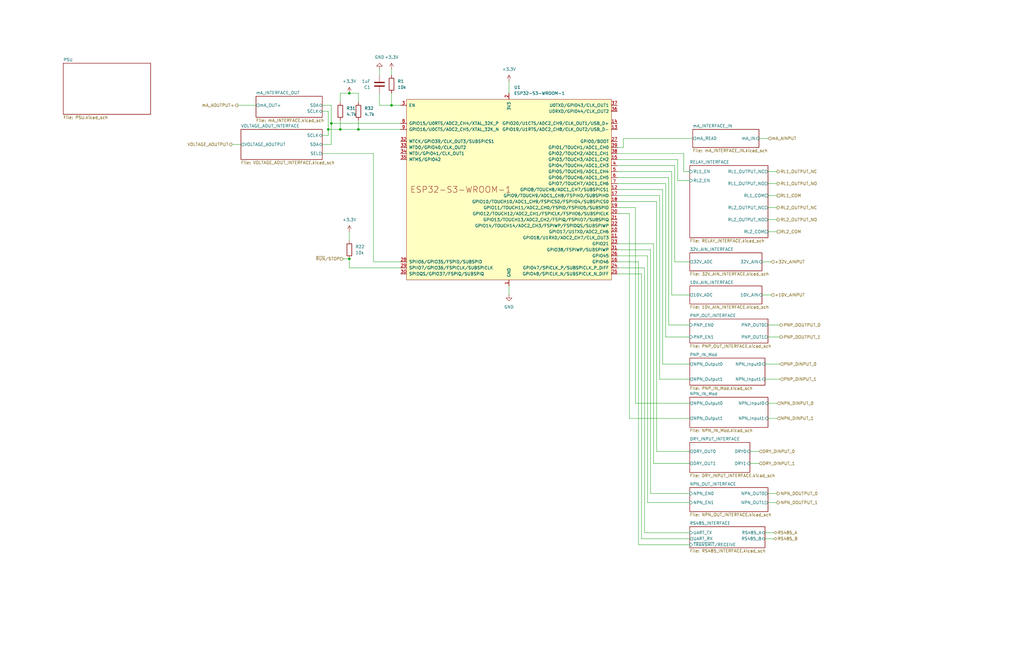
<source format=kicad_sch>
(kicad_sch (version 20250114) (generator "eeschema") (generator_version "9.0")
  (paper "USLedger")
  (title_block (title "NIVARA") (date "2025-06-13") (rev "1.0") (company "ELECTIVA ITLA"))
  (lib_symbols
    (symbol "Device:C" (pin_numbers (hide yes)) (pin_names (offset 0.254))
      (property "Reference" "C" (at 0.635 2.54 0))
      (property "Value" "C" (at 0.635 -2.54 0))
      (symbol "C_0_1"
        (polyline (pts (xy -2.032 0.762) (xy 2.032 0.762)) (stroke (width 0.508)))
        (polyline (pts (xy -2.032 -0.762) (xy 2.032 -0.762)) (stroke (width 0.508)))
      )
      (symbol "C_1_1"
        (pin passive line (at 0 3.81 270) (length 2.794) (name "~") (number "1"))
        (pin passive line (at 0 -3.81 90) (length 2.794) (name "~") (number "2"))
      )
    )
    (symbol "Device:R" (pin_numbers (hide yes)) (pin_names (offset 0))
      (property "Reference" "R" (at 2.032 0 90))
      (property "Value" "R" (at 0 0 90))
      (symbol "R_0_1"
        (rectangle (start -1.016 -2.54) (end 1.016 2.54) (stroke (width 0.254)))
      )
      (symbol "R_1_1"
        (pin passive line (at 0 3.81 270) (length 1.27) (name "~") (number "1"))
        (pin passive line (at 0 -3.81 90) (length 1.27) (name "~") (number "2"))
      )
    )
    (symbol "PCM_Espressif:ESP32-S3-WROOM-1" (pin_names (offset 1.016))
      (property "Reference" "U" (at -43.18 43.18 0))
      (property "Value" "ESP32-S3-WROOM-1" (at -43.18 40.64 0))
      (symbol "ESP32-S3-WROOM-1_0_0"
        (text "ESP32-S3-WROOM-1" (at -20.32 0 0) (effects (font (size 2.54 2.54))))
        (pin input line (at -45.72 35.56 0) (length 2.54) (name "EN") (number "3"))
        (pin bidirectional line (at -45.72 27.94 0) (length 2.54) (name "GPIO15/U0RTS/ADC2_CH4/XTAL_32K_P") (number "8"))
        (pin bidirectional line (at -45.72 25.4 0) (length 2.54) (name "GPIO16/U0CTS/ADC2_CH5/XTAL_32K_N") (number "9"))
        (pin bidirectional line (at -45.72 20.32 0) (length 2.54) (name "MTCK/GPIO39/CLK_OUT3/SUBSPICS1") (number "32"))
        (pin bidirectional line (at -45.72 17.78 0) (length 2.54) (name "MTDO/GPIO40/CLK_OUT2") (number "33"))
        (pin bidirectional line (at -45.72 15.24 0) (length 2.54) (name "MTDI/GPIO41/CLK_OUT1") (number "34"))
        (pin bidirectional line (at -45.72 12.7 0) (length 2.54) (name "MTMS/GPIO42") (number "35"))
        (pin bidirectional line (at -45.72 -30.48 0) (length 2.54) (name "SPIIO6/GPIO35/FSPID/SUBSPID") (number "28"))
        (pin bidirectional line (at -45.72 -33.02 0) (length 2.54) (name "SPIIO7/GPIO36/FSPICLK/SUBSPICLK") (number "29"))
        (pin bidirectional line (at -45.72 -35.56 0) (length 2.54) (name "SPIDQS/GPIO37/FSPIQ/SUBSPIQ") (number "30"))
        (pin power_in line (at 0 40.64 270) (length 2.54) (name "3V3") (number "2"))
        (pin power_in line (at 0 -40.64 90) (length 2.54) (name "GND") (number "1"))
        (pin passive line (at 0 -40.64 90) (length 2.54) (hide yes) (name "GND") (number "40"))
        (pin passive line (at 0 -40.64 90) (length 2.54) (hide yes) (name "GND") (number "41"))
        (pin bidirectional line (at 45.72 35.56 180) (length 2.54) (name "U0TXD/GPIO43/CLK_OUT1") (number "37"))
        (pin bidirectional line (at 45.72 33.02 180) (length 2.54) (name "U0RXD/GPIO44/CLK_OUT2") (number "36"))
        (pin bidirectional line (at 45.72 27.94 180) (length 2.54) (name "GPIO20/U1CTS/ADC2_CH9/CLK_OUT1/USB_D+") (number "14"))
        (pin bidirectional line (at 45.72 25.4 180) (length 2.54) (name "GPIO19/U1RTS/ADC2_CH8/CLK_OUT2/USB_D-") (number "13"))
        (pin bidirectional line (at 45.72 20.32 180) (length 2.54) (name "GPIO0/BOOT") (number "27"))
        (pin bidirectional line (at 45.72 17.78 180) (length 2.54) (name "GPIO1/TOUCH1/ADC1_CH0") (number "39"))
        (pin bidirectional line (at 45.72 15.24 180) (length 2.54) (name "GPIO2/TOUCH2/ADC1_CH1") (number "38"))
        (pin bidirectional line (at 45.72 12.7 180) (length 2.54) (name "GPIO3/TOUCH3/ADC1_CH2") (number "15"))
        (pin bidirectional line (at 45.72 10.16 180) (length 2.54) (name "GPIO4/TOUCH4/ADC1_CH3") (number "4"))
        (pin bidirectional line (at 45.72 7.62 180) (length 2.54) (name "GPIO5/TOUCH5/ADC1_CH4") (number "5"))
        (pin bidirectional line (at 45.72 5.08 180) (length 2.54) (name "GPIO6/TOUCH6/ADC1_CH5") (number "6"))
        (pin bidirectional line (at 45.72 2.54 180) (length 2.54) (name "GPIO7/TOUCH7/ADC1_CH6") (number "7"))
        (pin bidirectional line (at 45.72 0 180) (length 2.54) (name "GPIO8/TOUCH8/ADC1_CH7/SUBSPICS1") (number "12"))
        (pin bidirectional line (at 45.72 -2.54 180) (length 2.54) (name "GPIO9/TOUCH9/ADC1_CH8/FSPIHD/SUBSPIHD") (number "17"))
        (pin bidirectional line (at 45.72 -5.08 180) (length 2.54) (name "GPIO10/TOUCH10/ADC1_CH9/FSPICS0/FSPIIO4/SUBSPICS0") (number "18"))
        (pin bidirectional line (at 45.72 -7.62 180) (length 2.54) (name "GPIO11/TOUCH11/ADC2_CH0/FSPID/FSPIIO5/SUBSPID") (number "19"))
        (pin bidirectional line (at 45.72 -10.16 180) (length 2.54) (name "GPIO12/TOUCH12/ADC2_CH1/FSPICLK/FSPIIO6/SUBSPICLK") (number "20"))
        (pin bidirectional line (at 45.72 -12.7 180) (length 2.54) (name "GPIO13/TOUCH13/ADC2_CH2/FSPIQ/FSPIIO7/SUBSPIQ") (number "21"))
        (pin bidirectional line (at 45.72 -15.24 180) (length 2.54) (name "GPIO14/TOUCH14/ADC2_CH3/FSPIWP/FSPIDQS/SUBSPIWP") (number "22"))
        (pin bidirectional line (at 45.72 -17.78 180) (length 2.54) (name "GPIO17/U1TXD/ADC2_CH6") (number "10"))
        (pin bidirectional line (at 45.72 -20.32 180) (length 2.54) (name "GPIO18/U1RXD/ADC2_CH7/CLK_OUT3") (number "11"))
        (pin bidirectional line (at 45.72 -22.86 180) (length 2.54) (name "GPIO21") (number "23"))
        (pin bidirectional line (at 45.72 -25.4 180) (length 2.54) (name "GPIO38/FSPIWP/SUBSPIWP") (number "31"))
        (pin bidirectional line (at 45.72 -27.94 180) (length 2.54) (name "GPIO45") (number "26"))
        (pin bidirectional line (at 45.72 -30.48 180) (length 2.54) (name "GPIO46") (number "16"))
        (pin bidirectional line (at 45.72 -33.02 180) (length 2.54) (name "GPIO47/SPICLK_P/SUBSPICLK_P_DIFF") (number "24"))
        (pin bidirectional line (at 45.72 -35.56 180) (length 2.54) (name "GPIO48/SPICLK_N/SUBSPICLK_N_DIFF") (number "25"))
      )
      (symbol "ESP32-S3-WROOM-1_0_1"
        (rectangle (start -43.18 38.1) (end 43.18 -38.1) (fill (type background)))
      )
    )
    (symbol "power:+3.3V" (power) (pin_numbers (hide yes)) (pin_names (offset 0) (hide yes))
      (property "Value" "+3.3V" (at 0 3.556 0))
      (symbol "+3.3V_0_1"
        (polyline (pts (xy -0.762 1.27) (xy 0 2.54)))
        (polyline (pts (xy 0 2.54) (xy 0.762 1.27)))
        (polyline (pts (xy 0 0) (xy 0 2.54)))
      )
      (symbol "+3.3V_1_1"
        (pin power_in line (at 0 0 90) (length 0) (name "~") (number "1"))
      )
    )
    (symbol "power:GND" (power) (pin_numbers (hide yes)) (pin_names (offset 0) (hide yes))
      (property "Value" "GND" (at 0 -3.81 0))
      (symbol "GND_0_1"
        (polyline (pts (xy 0 0) (xy 0 -1.27) (xy 1.27 -1.27) (xy 0 -2.54) (xy -1.27 -1.27) (xy 0 -1.27)))
      )
      (symbol "GND_1_1"
        (pin power_in line (at 0 0 270) (length 0) (name "~") (number "1"))
      )
    )
  )
  (junction (at 165.1 44.45))
  (junction (at 147.32 39.37))
  (junction (at 151.13 54.61))
  (junction (at 143.51 54.61))
  (junction (at 139.7 52.07))
  (junction (at 138.43 54.61))
  (junction (at 147.32 109.22))
  (wire (pts (xy 262.89 58.42) (xy 292.1 58.42)))
  (wire (pts (xy 271.78 113.03) (xy 271.78 224.79)))
  (wire (pts (xy 278.13 82.55) (xy 260.35 82.55)))
  (wire (pts (xy 323.85 142.24) (xy 328.93 142.24)))
  (wire (pts (xy 290.83 142.24) (xy 280.67 142.24)))
  (wire (pts (xy 267.97 170.18) (xy 267.97 87.63)))
  (wire (pts (xy 143.51 54.61) (xy 151.13 54.61)))
  (wire (pts (xy 138.43 54.61) (xy 143.51 54.61)))
  (wire (pts (xy 214.63 34.29) (xy 214.63 39.37)))
  (wire (pts (xy 160.02 39.37) (xy 160.02 44.45)))
  (wire (pts (xy 279.4 153.67) (xy 279.4 80.01)))
  (wire (pts (xy 290.83 176.53) (xy 265.43 176.53)))
  (wire (pts (xy 290.83 72.39) (xy 288.29 72.39)))
  (wire (pts (xy 260.35 77.47) (xy 280.67 77.47)))
  (wire (pts (xy 327.66 170.18) (xy 323.85 170.18)))
  (wire (pts (xy 135.89 60.96) (xy 139.7 60.96)))
  (wire (pts (xy 168.91 113.03) (xy 147.32 113.03)))
  (wire (pts (xy 290.83 76.2) (xy 285.75 76.2)))
  (wire (pts (xy 147.32 97.79) (xy 147.32 101.6)))
  (wire (pts (xy 290.83 195.58) (xy 275.59 195.58)))
  (wire (pts (xy 165.1 39.37) (xy 165.1 44.45)))
  (wire (pts (xy 260.35 113.03) (xy 271.78 113.03)))
  (wire (pts (xy 151.13 50.8) (xy 151.13 54.61)))
  (wire (pts (xy 260.35 102.87) (xy 275.59 102.87)))
  (wire (pts (xy 290.83 190.5) (xy 276.86 190.5)))
  (wire (pts (xy 276.86 85.09) (xy 260.35 85.09)))
  (wire (pts (xy 271.78 224.79) (xy 290.83 224.79)))
  (wire (pts (xy 323.85 212.09) (xy 327.66 212.09)))
  (wire (pts (xy 168.91 44.45) (xy 165.1 44.45)))
  (wire (pts (xy 288.29 72.39) (xy 288.29 64.77)))
  (wire (pts (xy 270.51 227.33) (xy 270.51 115.57)))
  (wire (pts (xy 138.43 54.61) (xy 138.43 46.99)))
  (wire (pts (xy 323.85 92.71) (xy 327.66 92.71)))
  (wire (pts (xy 165.1 29.21) (xy 165.1 31.75)))
  (wire (pts (xy 279.4 80.01) (xy 260.35 80.01)))
  (wire (pts (xy 135.89 64.77) (xy 157.48 64.77)))
  (wire (pts (xy 290.83 227.33) (xy 270.51 227.33)))
  (wire (pts (xy 322.58 224.79) (xy 326.39 224.79)))
  (wire (pts (xy 135.89 57.15) (xy 138.43 57.15)))
  (wire (pts (xy 323.85 82.55) (xy 327.66 82.55)))
  (wire (pts (xy 328.93 153.67) (xy 322.58 153.67)))
  (wire (pts (xy 267.97 87.63) (xy 260.35 87.63)))
  (wire (pts (xy 281.94 137.16) (xy 290.83 137.16)))
  (wire (pts (xy 323.85 137.16) (xy 328.93 137.16)))
  (wire (pts (xy 285.75 76.2) (xy 285.75 67.31)))
  (wire (pts (xy 160.02 44.45) (xy 165.1 44.45)))
  (wire (pts (xy 273.05 107.95) (xy 273.05 212.09)))
  (wire (pts (xy 284.48 110.49) (xy 290.83 110.49)))
  (wire (pts (xy 260.35 105.41) (xy 274.32 105.41)))
  (wire (pts (xy 157.48 110.49) (xy 168.91 110.49)))
  (wire (pts (xy 101.6 60.96) (xy 97.79 60.96)))
  (wire (pts (xy 265.43 90.17) (xy 260.35 90.17)))
  (wire (pts (xy 290.83 124.46) (xy 283.21 124.46)))
  (wire (pts (xy 143.51 50.8) (xy 143.51 54.61)))
  (wire (pts (xy 262.89 62.23) (xy 262.89 58.42)))
  (wire (pts (xy 275.59 195.58) (xy 275.59 102.87)))
  (wire (pts (xy 143.51 39.37) (xy 147.32 39.37)))
  (wire (pts (xy 281.94 74.93) (xy 281.94 137.16)))
  (wire (pts (xy 139.7 52.07) (xy 168.91 52.07)))
  (wire (pts (xy 327.66 176.53) (xy 323.85 176.53)))
  (wire (pts (xy 276.86 190.5) (xy 276.86 85.09)))
  (wire (pts (xy 320.04 195.58) (xy 316.23 195.58)))
  (wire (pts (xy 151.13 43.18) (xy 151.13 39.37)))
  (wire (pts (xy 285.75 67.31) (xy 260.35 67.31)))
  (wire (pts (xy 107.95 44.45) (xy 100.33 44.45)))
  (wire (pts (xy 284.48 69.85) (xy 284.48 110.49)))
  (wire (pts (xy 214.63 120.65) (xy 214.63 124.46)))
  (wire (pts (xy 323.85 72.39) (xy 327.66 72.39)))
  (wire (pts (xy 265.43 176.53) (xy 265.43 90.17)))
  (wire (pts (xy 260.35 107.95) (xy 273.05 107.95)))
  (wire (pts (xy 144.78 109.22) (xy 147.32 109.22)))
  (wire (pts (xy 322.58 227.33) (xy 326.39 227.33)))
  (wire (pts (xy 288.29 64.77) (xy 260.35 64.77)))
  (wire (pts (xy 278.13 160.02) (xy 278.13 82.55)))
  (wire (pts (xy 260.35 69.85) (xy 284.48 69.85)))
  (wire (pts (xy 147.32 113.03) (xy 147.32 109.22)))
  (wire (pts (xy 135.89 46.99) (xy 138.43 46.99)))
  (wire (pts (xy 260.35 115.57) (xy 270.51 115.57)))
  (wire (pts (xy 328.93 160.02) (xy 322.58 160.02)))
  (wire (pts (xy 283.21 124.46) (xy 283.21 72.39)))
  (wire (pts (xy 325.12 110.49) (xy 321.31 110.49)))
  (wire (pts (xy 135.89 44.45) (xy 139.7 44.45)))
  (wire (pts (xy 274.32 208.28) (xy 274.32 105.41)))
  (wire (pts (xy 283.21 72.39) (xy 260.35 72.39)))
  (wire (pts (xy 151.13 54.61) (xy 168.91 54.61)))
  (wire (pts (xy 138.43 57.15) (xy 138.43 54.61)))
  (wire (pts (xy 160.02 29.21) (xy 160.02 31.75)))
  (wire (pts (xy 290.83 208.28) (xy 274.32 208.28)))
  (wire (pts (xy 323.85 77.47) (xy 327.66 77.47)))
  (wire (pts (xy 269.24 110.49) (xy 260.35 110.49)))
  (wire (pts (xy 325.12 124.46) (xy 321.31 124.46)))
  (wire (pts (xy 320.04 190.5) (xy 316.23 190.5)))
  (wire (pts (xy 323.85 208.28) (xy 327.66 208.28)))
  (wire (pts (xy 290.83 170.18) (xy 267.97 170.18)))
  (wire (pts (xy 147.32 39.37) (xy 151.13 39.37)))
  (wire (pts (xy 260.35 62.23) (xy 262.89 62.23)))
  (wire (pts (xy 273.05 212.09) (xy 290.83 212.09)))
  (wire (pts (xy 139.7 52.07) (xy 139.7 44.45)))
  (wire (pts (xy 260.35 74.93) (xy 281.94 74.93)))
  (wire (pts (xy 139.7 60.96) (xy 139.7 52.07)))
  (wire (pts (xy 290.83 153.67) (xy 279.4 153.67)))
  (wire (pts (xy 323.85 97.79) (xy 327.66 97.79)))
  (wire (pts (xy 143.51 43.18) (xy 143.51 39.37)))
  (wire (pts (xy 320.04 58.42) (xy 323.85 58.42)))
  (wire (pts (xy 269.24 229.87) (xy 269.24 110.49)))
  (wire (pts (xy 157.48 64.77) (xy 157.48 110.49)))
  (wire (pts (xy 290.83 160.02) (xy 278.13 160.02)))
  (wire (pts (xy 323.85 87.63) (xy 327.66 87.63)))
  (wire (pts (xy 290.83 229.87) (xy 269.24 229.87)))
  (wire (pts (xy 280.67 142.24) (xy 280.67 77.47)))
  (hierarchical_label "DRY_DINPUT_1" (shape input) (at 320.04 195.58 0))
  (hierarchical_label "PNP_DOUTPUT_1" (shape output) (at 328.93 142.24 0))
  (hierarchical_label "+10V_AINPUT" (shape input) (at 325.12 124.46 0))
  (hierarchical_label "~{RUN}{slash}STOP" (shape input) (at 144.78 109.22 180))
  (hierarchical_label "NPN_DINPUT_0" (shape input) (at 327.66 170.18 0))
  (hierarchical_label "PNP_DOUTPUT_0" (shape output) (at 328.93 137.16 0))
  (hierarchical_label "RL1_OUTPUT_NC" (shape output) (at 327.66 72.39 0))
  (hierarchical_label "PNP_DINPUT_0" (shape input) (at 328.93 153.67 0))
  (hierarchical_label "RS485_A" (shape bidirectional) (at 326.39 224.79 0))
  (hierarchical_label "RL1_OUTPUT_NO" (shape output) (at 327.66 77.47 0))
  (hierarchical_label "DRY_DINPUT_0" (shape input) (at 320.04 190.5 0))
  (hierarchical_label "PNP_DINPUT_1" (shape input) (at 328.93 160.02 0))
  (hierarchical_label "RL2_COM" (shape passive) (at 327.66 97.79 0))
  (hierarchical_label "VOLTAGE_AOUTPUT" (shape output) (at 97.79 60.96 180))
  (hierarchical_label "RL1_COM" (shape passive) (at 327.66 82.55 0))
  (hierarchical_label "RS485_B" (shape bidirectional) (at 326.39 227.33 0))
  (hierarchical_label "NPN_DINPUT_1" (shape input) (at 327.66 176.53 0))
  (hierarchical_label "NPN_DOUTPUT_0" (shape output) (at 327.66 208.28 0))
  (hierarchical_label "RL2_OUTPUT_NO" (shape output) (at 327.66 92.71 0))
  (hierarchical_label "mA_AINPUT" (shape input) (at 323.85 58.42 0))
  (hierarchical_label "NPN_DOUTPUT_1" (shape output) (at 327.66 212.09 0))
  (hierarchical_label "RL2_OUTPUT_NC" (shape output) (at 327.66 87.63 0))
  (hierarchical_label "+32V_AINPUT" (shape input) (at 325.12 110.49 0))
  (hierarchical_label "mA_AOUTPUT+" (shape output) (at 100.33 44.45 180))
  (symbol (lib_id "power:+3.3V") (at 147.32 97.79 0) (unit 1)
    (property "Reference" "#PWR047" (effects (hide yes)))
    (property "Value" "+3.3V" (at 147.32 92.71 0))
    (property "Description" "Power symbol creates a global label with name \"+3.3V\"" (effects (hide yes)))
  )
  (symbol (lib_id "power:GND") (at 160.02 29.21 180) (unit 1)
    (property "Reference" "#PWR11" (effects (hide yes)))
    (property "Value" "GND" (at 160.02 24.13 0))
    (property "Description" "Power symbol creates a global label with name \"GND\" , ground" (effects (hide yes)))
  )
  (symbol (lib_id "Device:R") (at 151.13 46.99 0) (unit 1)
    (property "Reference" "R32" (at 153.67 45.7199 0) (effects (justify left)))
    (property "Value" "4.7k" (at 153.67 48.2599 0) (effects (justify left)))
    (property "Footprint" "Resistor_SMD:R_0603_1608Metric" (effects (hide yes)))
    (property "Description" "Resistor" (effects (hide yes)))
  )
  (symbol (lib_id "Device:R") (at 165.1 35.56 0) (unit 1)
    (property "Reference" "R1" (at 167.64 34.2899 0) (effects (justify left)))
    (property "Value" "10k" (at 167.64 36.8299 0) (effects (justify left)))
    (property "Footprint" "Resistor_SMD:R_0603_1608Metric" (effects (hide yes)))
    (property "Description" "Resistor" (effects (hide yes)))
  )
  (symbol (lib_id "power:GND") (at 214.63 124.46 0) (unit 1)
    (property "Reference" "#PWR9" (effects (hide yes)))
    (property "Value" "GND" (at 214.63 129.54 0))
    (property "Description" "Power symbol creates a global label with name \"GND\" , ground" (effects (hide yes)))
  )
  (symbol (lib_id "Device:C") (at 160.02 35.56 0) (mirror x) (unit 1)
    (property "Reference" "C1" (at 156.21 36.8301 0) (effects (justify right)))
    (property "Value" "1uF" (at 156.21 34.2901 0) (effects (justify right)))
    (property "Footprint" "Capacitor_SMD:C_0603_1608Metric" (effects (hide yes)))
    (property "Description" "Unpolarized capacitor" (effects (hide yes)))
  )
  (symbol (lib_id "Device:R") (at 143.51 46.99 0) (unit 1)
    (property "Reference" "R31" (at 146.05 45.7199 0) (effects (justify left)))
    (property "Value" "4.7k" (at 146.05 48.2599 0) (effects (justify left)))
    (property "Footprint" "Resistor_SMD:R_0603_1608Metric" (effects (hide yes)))
    (property "Description" "Resistor" (effects (hide yes)))
  )
  (symbol (lib_id "power:+3.3V") (at 214.63 34.29 0) (unit 1)
    (property "Reference" "#PWR8" (effects (hide yes)))
    (property "Value" "+3.3V" (at 214.63 29.21 0))
    (property "Description" "Power symbol creates a global label with name \"+3.3V\"" (effects (hide yes)))
  )
  (symbol (lib_id "PCM_Espressif:ESP32-S3-WROOM-1") (at 214.63 80.01 0) (unit 1)
    (property "Reference" "U1" (at 216.7733 36.83 0) (effects (justify left)))
    (property "Value" "ESP32-S3-WROOM-1" (at 216.7733 39.37 0) (effects (justify left)))
    (property "Footprint" "PCM_Espressif:ESP32-S3-WROOM-1" (effects (hide yes)))
    (property "Datasheet" "https://www.espressif.com/sites/default/files/documentation/esp32-s3-wroom-1_wroom-1u_datasheet_en.pdf" (effects (hide yes)))
    (property "Description" "2.4 GHz WiFi (802.11 b/g/n) and Bluetooth ® 5 (LE) module Built around ESP32S3 series of SoCs, Xtensa ® dualcore 32bit LX7 microprocessor Flash up to 16 MB, PSRAM up to 8 MB 36 GPIOs, rich set of peripherals Onboard PCB antenna" (effects (hide yes)))
  )
  (symbol (lib_id "Device:R") (at 147.32 105.41 0) (unit 1)
    (property "Reference" "R22" (at 149.86 104.1399 0) (effects (justify left)))
    (property "Value" "10k" (at 149.86 106.6799 0) (effects (justify left)))
    (property "Footprint" "Resistor_SMD:R_0603_1608Metric" (effects (hide yes)))
    (property "Description" "Resistor" (effects (hide yes)))
  )
  (symbol (lib_id "power:+3.3V") (at 147.32 39.37 0) (unit 1)
    (property "Reference" "#PWR064" (effects (hide yes)))
    (property "Value" "+3.3V" (at 147.32 34.29 0))
    (property "Description" "Power symbol creates a global label with name \"+3.3V\"" (effects (hide yes)))
  )
  (symbol (lib_id "power:+3.3V") (at 165.1 29.21 0) (unit 1)
    (property "Reference" "#PWR10" (effects (hide yes)))
    (property "Value" "+3.3V" (at 165.1 24.13 0))
    (property "Description" "Power symbol creates a global label with name \"+3.3V\"" (effects (hide yes)))
  )
  (sheet (at 101.6 54.61) (size 34.29 12.7) (stroke (width 0.1524))
    (property "Sheetname" "VOLTAGE_AOUT_INTERFACE" (at 101.6 53.8984 0) (effects (justify left bottom)))
    (property "Sheetfile" "VOLTAGE_AOUT_INTERFACE.kicad_sch" (at 101.6 67.8946 0) (effects (justify left top)))
    (pin "SCLK" bidirectional (at 135.89 57.15 0))
    (pin "SDA" bidirectional (at 135.89 60.96 0))
    (pin "SEL" output (at 135.89 64.77 0))
    (pin "VOLTAGE_AOUTPUT" output (at 101.6 60.96 180))
  )
  (sheet (at 290.83 151.13) (size 31.75 11.43) (stroke (width 0.1524))
    (property "Sheetname" "PNP_IN_Mod" (at 290.83 150.4184 0) (effects (justify left bottom)))
    (property "Sheetfile" "PNP_IN_Mod.kicad_sch" (at 290.83 163.1446 0) (effects (justify left top)))
    (pin "NPN_Input0" input (at 322.58 153.67 0))
    (pin "NPN_Input1" input (at 322.58 160.02 0))
    (pin "NPN_Output0" output (at 290.83 153.67 180))
    (pin "NPN_Output1" output (at 290.83 160.02 180))
  )
  (sheet (at 290.83 186.69) (size 25.4 12.7) (stroke (width 0.1524))
    (property "Sheetname" "DRY_INPUT_INTERFACE" (at 290.83 185.9784 0) (effects (justify left bottom)))
    (property "Sheetfile" "DRY_INPUT_INTERFACE.kicad_sch" (at 290.83 199.9746 0) (effects (justify left top)))
    (pin "DRY0" input (at 316.23 190.5 0))
    (pin "DRY1" input (at 316.23 195.58 0))
    (pin "DRY_OUT0" output (at 290.83 190.5 180))
    (pin "DRY_OUT1" output (at 290.83 195.58 180))
  )
  (sheet (at 290.83 222.25) (size 31.75 8.89) (stroke (width 0.1524))
    (property "Sheetname" "RS485_INTERFACE" (at 290.83 221.5384 0) (effects (justify left bottom)))
    (property "Sheetfile" "RS485_INTERFACE.kicad_sch" (at 290.83 231.7246 0) (effects (justify left top)))
    (pin "RS485_A" bidirectional (at 322.58 224.79 0))
    (pin "RS485_B" bidirectional (at 322.58 227.33 0))
    (pin "UART_TX" input (at 290.83 224.79 180))
    (pin "UART_RX" output (at 290.83 227.33 180))
    (pin "~{TRANSMIT}{slash}RECEIVE" input (at 290.83 229.87 180))
  )
  (sheet (at 290.83 205.74) (size 33.02 10.16) (stroke (width 0.1524))
    (property "Sheetname" "NPN_OUT_INTERFACE" (at 290.83 205.0284 0) (effects (justify left bottom)))
    (property "Sheetfile" "NPN_OUT_INTERFACE.kicad_sch" (at 290.83 216.4846 0) (effects (justify left top)))
    (pin "NPN_OUT0" output (at 323.85 208.28 0))
    (pin "NPN_OUT1" output (at 323.85 212.09 0))
    (pin "NPN_EN0" input (at 290.83 208.28 180))
    (pin "NPN_EN1" input (at 290.83 212.09 180))
  )
  (sheet (at 290.83 134.62) (size 33.02 10.16) (stroke (width 0.1524))
    (property "Sheetname" "PNP_OUT_INTERFACE" (at 290.83 133.9084 0) (effects (justify left bottom)))
    (property "Sheetfile" "PNP_OUT_INTERFACE.kicad_sch" (at 290.83 145.3646 0) (effects (justify left top)))
    (pin "PNP_OUT0" output (at 323.85 137.16 0))
    (pin "PNP_OUT1" output (at 323.85 142.24 0))
    (pin "PNP_EN0" input (at 290.83 137.16 180))
    (pin "PNP_EN1" input (at 290.83 142.24 180))
  )
  (sheet (at 290.83 69.85) (size 33.02 30.48) (stroke (width 0.1524))
    (property "Sheetname" "RELAY_INTERFACE" (at 290.83 69.1384 0) (effects (justify left bottom)))
    (property "Sheetfile" "RELAY_INTERFACE.kicad_sch" (at 290.83 100.9146 0) (effects (justify left top)))
    (pin "RL1_COM" passive (at 323.85 82.55 0))
    (pin "RL1_EN" input (at 290.83 72.39 180))
    (pin "RL1_OUTPUT_NC" output (at 323.85 72.39 0))
    (pin "RL1_OUTPUT_NO" output (at 323.85 77.47 0))
    (pin "RL2_COM" passive (at 323.85 97.79 0))
    (pin "RL2_EN" input (at 290.83 76.2 180))
    (pin "RL2_OUTPUT_NC" output (at 323.85 87.63 0))
    (pin "RL2_OUTPUT_NO" output (at 323.85 92.71 0))
  )
  (sheet (at 292.1 54.61) (size 27.94 7.62) (stroke (width 0.1524))
    (property "Sheetname" "mA_INTERFACE_IN" (at 292.1 53.8984 0) (effects (justify left bottom)))
    (property "Sheetfile" "mA_INTERFACE_IN.kicad_sch" (at 292.1 62.8146 0) (effects (justify left top)))
    (pin "mA_IN" input (at 320.04 58.42 0))
    (pin "mA_READ" output (at 292.1 58.42 180))
  )
  (sheet (at 26.67 26.67) (size 36.83 21.59) (stroke (width 0.1524))
    (property "Sheetname" "PSU" (at 26.67 25.9584 0) (effects (justify left bottom)))
    (property "Sheetfile" "PSU.kicad_sch" (at 26.67 48.8446 0) (effects (justify left top)))
  )
  (sheet (at 290.83 120.65) (size 30.48 7.62) (stroke (width 0.1524))
    (property "Sheetname" "10V_AIN_INTERFACE" (at 290.83 119.9384 0) (effects (justify left bottom)))
    (property "Sheetfile" "10V_AIN_INTERFACE.kicad_sch" (at 290.83 128.8546 0) (effects (justify left top)))
    (pin "10V_ADC" output (at 290.83 124.46 180))
    (pin "10V_AIN" input (at 321.31 124.46 0))
  )
  (sheet (at 107.95 40.64) (size 27.94 8.89) (stroke (width 0.1524))
    (property "Sheetname" "mA_INTERFACE_OUT" (at 107.95 39.9284 0) (effects (justify left bottom)))
    (property "Sheetfile" "mA_INTERFACE.kicad_sch" (at 107.95 50.1146 0) (effects (justify left top)))
    (pin "mA_OUT+" output (at 107.95 44.45 180))
    (pin "SCLK" bidirectional (at 135.89 46.99 0))
    (pin "SDA" bidirectional (at 135.89 44.45 0))
  )
  (sheet (at 290.83 106.68) (size 30.48 7.62) (stroke (width 0.1524))
    (property "Sheetname" "32V_AIN_INTERFACE" (at 290.83 105.9684 0) (effects (justify left bottom)))
    (property "Sheetfile" "32V_AIN_INTERFACE.kicad_sch" (at 290.83 114.8846 0) (effects (justify left top)))
    (pin "32V_ADC" output (at 290.83 110.49 180))
    (pin "32V_AIN" input (at 321.31 110.49 0))
  )
  (sheet (at 290.83 167.64) (size 33.02 12.7) (stroke (width 0.1524))
    (property "Sheetname" "NPN_IN_Mod" (at 290.83 166.9284 0) (effects (justify left bottom)))
    (property "Sheetfile" "NPN_IN_Mod.kicad_sch" (at 290.83 180.9246 0) (effects (justify left top)))
    (pin "NPN_Input0" input (at 323.85 170.18 0))
    (pin "NPN_Input1" input (at 323.85 176.53 0))
    (pin "NPN_Output0" output (at 290.83 170.18 180))
    (pin "NPN_Output1" output (at 290.83 176.53 180))
  )
)
</source>
